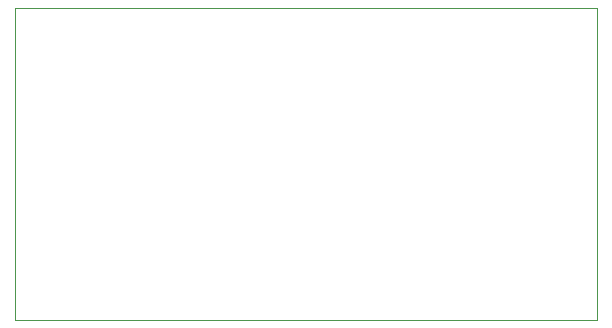
<source format=gbr>
G04 #@! TF.GenerationSoftware,KiCad,Pcbnew,(5.1.0-1387-g9cf427c7d)*
G04 #@! TF.CreationDate,2019-07-29T17:15:50-07:00*
G04 #@! TF.ProjectId,max_breakout,6d61785f-6272-4656-916b-6f75742e6b69,1.0*
G04 #@! TF.SameCoordinates,Original*
G04 #@! TF.FileFunction,Profile,NP*
%FSLAX46Y46*%
G04 Gerber Fmt 4.6, Leading zero omitted, Abs format (unit mm)*
G04 Created by KiCad (PCBNEW (5.1.0-1387-g9cf427c7d)) date 2019-07-29 17:15:50*
%MOMM*%
%LPD*%
G04 APERTURE LIST*
%ADD10C,0.050000*%
G04 APERTURE END LIST*
D10*
X161544000Y-122682000D02*
X112268000Y-122682000D01*
X161544000Y-96266000D02*
X161544000Y-122682000D01*
X112268000Y-96266000D02*
X161544000Y-96266000D01*
X112268000Y-122682000D02*
X112268000Y-96266000D01*
M02*

</source>
